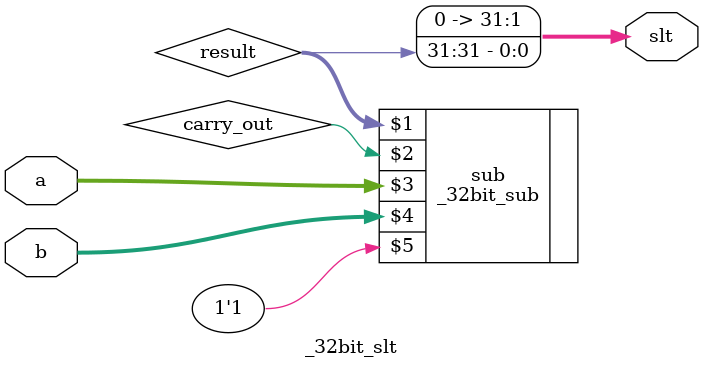
<source format=v>
module _32bit_slt(slt,a,b);

input [31:0] a,b;
output [31:0] slt;
wire [31:0] result;
wire carry_out;
_32bit_sub sub(result[31:0],carry_out,a[31:0],b[31:0],1'b1);
assign slt=result[31];

endmodule
</source>
